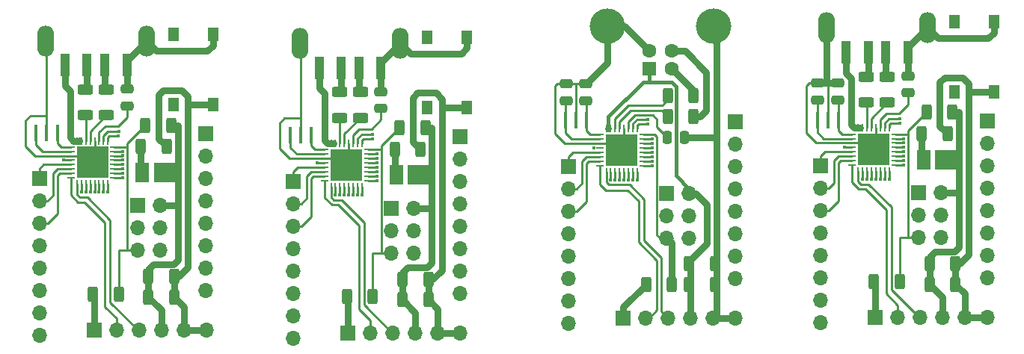
<source format=gbr>
%TF.GenerationSoftware,KiCad,Pcbnew,(6.0.5)*%
%TF.CreationDate,2023-04-25T20:10:58+03:00*%
%TF.ProjectId,AT90USB162,41543930-5553-4423-9136-322e6b696361,rev?*%
%TF.SameCoordinates,Original*%
%TF.FileFunction,Copper,L1,Top*%
%TF.FilePolarity,Positive*%
%FSLAX46Y46*%
G04 Gerber Fmt 4.6, Leading zero omitted, Abs format (unit mm)*
G04 Created by KiCad (PCBNEW (6.0.5)) date 2023-04-25 20:10:58*
%MOMM*%
%LPD*%
G01*
G04 APERTURE LIST*
G04 Aperture macros list*
%AMRoundRect*
0 Rectangle with rounded corners*
0 $1 Rounding radius*
0 $2 $3 $4 $5 $6 $7 $8 $9 X,Y pos of 4 corners*
0 Add a 4 corners polygon primitive as box body*
4,1,4,$2,$3,$4,$5,$6,$7,$8,$9,$2,$3,0*
0 Add four circle primitives for the rounded corners*
1,1,$1+$1,$2,$3*
1,1,$1+$1,$4,$5*
1,1,$1+$1,$6,$7*
1,1,$1+$1,$8,$9*
0 Add four rect primitives between the rounded corners*
20,1,$1+$1,$2,$3,$4,$5,0*
20,1,$1+$1,$4,$5,$6,$7,0*
20,1,$1+$1,$6,$7,$8,$9,0*
20,1,$1+$1,$8,$9,$2,$3,0*%
G04 Aperture macros list end*
%TA.AperFunction,ComponentPad*%
%ADD10R,1.700000X1.700000*%
%TD*%
%TA.AperFunction,ComponentPad*%
%ADD11O,1.700000X1.700000*%
%TD*%
%TA.AperFunction,SMDPad,CuDef*%
%ADD12RoundRect,0.250000X-0.625000X0.312500X-0.625000X-0.312500X0.625000X-0.312500X0.625000X0.312500X0*%
%TD*%
%TA.AperFunction,SMDPad,CuDef*%
%ADD13R,1.300000X1.550000*%
%TD*%
%TA.AperFunction,SMDPad,CuDef*%
%ADD14RoundRect,0.250000X-0.312500X-0.625000X0.312500X-0.625000X0.312500X0.625000X-0.312500X0.625000X0*%
%TD*%
%TA.AperFunction,SMDPad,CuDef*%
%ADD15RoundRect,0.062500X-0.337500X-0.062500X0.337500X-0.062500X0.337500X0.062500X-0.337500X0.062500X0*%
%TD*%
%TA.AperFunction,SMDPad,CuDef*%
%ADD16RoundRect,0.062500X-0.062500X-0.337500X0.062500X-0.337500X0.062500X0.337500X-0.062500X0.337500X0*%
%TD*%
%TA.AperFunction,SMDPad,CuDef*%
%ADD17R,3.600000X3.600000*%
%TD*%
%TA.AperFunction,SMDPad,CuDef*%
%ADD18RoundRect,0.250000X0.475000X-0.250000X0.475000X0.250000X-0.475000X0.250000X-0.475000X-0.250000X0*%
%TD*%
%TA.AperFunction,SMDPad,CuDef*%
%ADD19R,1.100000X2.500000*%
%TD*%
%TA.AperFunction,ComponentPad*%
%ADD20O,1.900000X3.500000*%
%TD*%
%TA.AperFunction,SMDPad,CuDef*%
%ADD21RoundRect,0.250000X0.312500X0.625000X-0.312500X0.625000X-0.312500X-0.625000X0.312500X-0.625000X0*%
%TD*%
%TA.AperFunction,SMDPad,CuDef*%
%ADD22RoundRect,0.250000X-0.475000X0.250000X-0.475000X-0.250000X0.475000X-0.250000X0.475000X0.250000X0*%
%TD*%
%TA.AperFunction,SMDPad,CuDef*%
%ADD23RoundRect,0.250000X0.250000X0.475000X-0.250000X0.475000X-0.250000X-0.475000X0.250000X-0.475000X0*%
%TD*%
%TA.AperFunction,SMDPad,CuDef*%
%ADD24R,0.400000X1.900000*%
%TD*%
%TA.AperFunction,SMDPad,CuDef*%
%ADD25R,2.500000X2.200000*%
%TD*%
%TA.AperFunction,SMDPad,CuDef*%
%ADD26R,1.550000X2.200000*%
%TD*%
%TA.AperFunction,ComponentPad*%
%ADD27R,1.600000X1.600000*%
%TD*%
%TA.AperFunction,ComponentPad*%
%ADD28C,1.600000*%
%TD*%
%TA.AperFunction,ComponentPad*%
%ADD29C,4.000000*%
%TD*%
%TA.AperFunction,ViaPad*%
%ADD30C,0.400000*%
%TD*%
%TA.AperFunction,ViaPad*%
%ADD31C,0.800000*%
%TD*%
%TA.AperFunction,ViaPad*%
%ADD32C,0.750000*%
%TD*%
%TA.AperFunction,Conductor*%
%ADD33C,0.250000*%
%TD*%
%TA.AperFunction,Conductor*%
%ADD34C,0.750000*%
%TD*%
%TA.AperFunction,Conductor*%
%ADD35C,0.450000*%
%TD*%
G04 APERTURE END LIST*
D10*
%TO.P,REF\u002A\u002A,1*%
%TO.N,N/C*%
X123794000Y-92897000D03*
D11*
%TO.P,REF\u002A\u002A,2*%
X123794000Y-95437000D03*
%TO.P,REF\u002A\u002A,3*%
X123794000Y-97977000D03*
%TO.P,REF\u002A\u002A,4*%
X123794000Y-100517000D03*
%TO.P,REF\u002A\u002A,5*%
X123794000Y-103057000D03*
%TO.P,REF\u002A\u002A,6*%
X123794000Y-105597000D03*
%TO.P,REF\u002A\u002A,7*%
X123794000Y-108137000D03*
%TO.P,REF\u002A\u002A,8*%
X123794000Y-110677000D03*
%TD*%
D12*
%TO.P,22R,1*%
%TO.N,N/C*%
X157500000Y-82718750D03*
%TO.P,22R,2*%
X157500000Y-85643750D03*
%TD*%
D13*
%TO.P,RESET,1*%
%TO.N,N/C*%
X167450000Y-76500000D03*
X167450000Y-84450000D03*
%TO.P,RESET,2*%
X171950000Y-76500000D03*
X171950000Y-84450000D03*
%TD*%
D14*
%TO.P,100nF,1*%
%TO.N,N/C*%
X132531500Y-106312000D03*
%TO.P,100nF,2*%
X135456500Y-106312000D03*
%TD*%
D10*
%TO.P,REF\u002A\u002A,1*%
%TO.N,N/C*%
X163400000Y-95875000D03*
D11*
%TO.P,REF\u002A\u002A,2*%
X165940000Y-95875000D03*
%TO.P,REF\u002A\u002A,3*%
X163400000Y-98415000D03*
%TO.P,REF\u002A\u002A,4*%
X165940000Y-98415000D03*
%TO.P,REF\u002A\u002A,5*%
X163400000Y-100955000D03*
%TO.P,REF\u002A\u002A,6*%
X165940000Y-100955000D03*
%TD*%
D15*
%TO.P,AT90USB162,1*%
%TO.N,N/C*%
X127344000Y-89312000D03*
%TO.P,AT90USB162,2*%
X127344000Y-89812000D03*
%TO.P,AT90USB162,3*%
X127344000Y-90312000D03*
%TO.P,AT90USB162,4*%
X127344000Y-90812000D03*
%TO.P,AT90USB162,5*%
X127344000Y-91312000D03*
%TO.P,AT90USB162,6*%
X127344000Y-91812000D03*
%TO.P,AT90USB162,7*%
X127344000Y-92312000D03*
%TO.P,AT90USB162,8*%
X127344000Y-92812000D03*
D16*
%TO.P,AT90USB162,9*%
X128044000Y-93512000D03*
%TO.P,AT90USB162,10*%
X128544000Y-93512000D03*
%TO.P,AT90USB162,11*%
X129044000Y-93512000D03*
%TO.P,AT90USB162,12*%
X129544000Y-93512000D03*
%TO.P,AT90USB162,13*%
X130044000Y-93512000D03*
%TO.P,AT90USB162,14*%
X130544000Y-93512000D03*
%TO.P,AT90USB162,15*%
X131044000Y-93512000D03*
%TO.P,AT90USB162,16*%
X131544000Y-93512000D03*
D15*
%TO.P,AT90USB162,17*%
X132244000Y-92812000D03*
%TO.P,AT90USB162,18*%
X132244000Y-92312000D03*
%TO.P,AT90USB162,19*%
X132244000Y-91812000D03*
%TO.P,AT90USB162,20*%
X132244000Y-91312000D03*
%TO.P,AT90USB162,21*%
X132244000Y-90812000D03*
%TO.P,AT90USB162,22*%
X132244000Y-90312000D03*
%TO.P,AT90USB162,23*%
X132244000Y-89812000D03*
%TO.P,AT90USB162,24*%
X132244000Y-89312000D03*
D16*
%TO.P,AT90USB162,25*%
X131544000Y-88612000D03*
%TO.P,AT90USB162,26*%
X131044000Y-88612000D03*
%TO.P,AT90USB162,27*%
X130544000Y-88612000D03*
%TO.P,AT90USB162,28*%
X130044000Y-88612000D03*
%TO.P,AT90USB162,29*%
X129544000Y-88612000D03*
%TO.P,AT90USB162,30*%
X129044000Y-88612000D03*
%TO.P,AT90USB162,31*%
X128544000Y-88612000D03*
%TO.P,AT90USB162,32*%
X128044000Y-88612000D03*
D17*
%TO.P,AT90USB162,33*%
X129794000Y-91062000D03*
%TD*%
D13*
%TO.P,RESET,1*%
%TO.N,N/C*%
X79030000Y-85900000D03*
X79030000Y-77950000D03*
%TO.P,RESET,2*%
X83530000Y-85900000D03*
X83530000Y-77950000D03*
%TD*%
D18*
%TO.P,22pF,1*%
%TO.N,N/C*%
X152000000Y-85375000D03*
%TO.P,22pF,2*%
X152000000Y-83475000D03*
%TD*%
D19*
%TO.P,USB_0,1*%
%TO.N,N/C*%
X155200000Y-79956250D03*
%TO.P,USB_0,2*%
X157700000Y-79956250D03*
%TO.P,USB_0,3*%
X159700000Y-79956250D03*
%TO.P,USB_0,4*%
X162200000Y-79956250D03*
D20*
%TO.P,USB_0,5*%
X153000000Y-77206250D03*
X164400000Y-77206250D03*
%TD*%
D21*
%TO.P,1K,1*%
%TO.N,N/C*%
X166687500Y-89225000D03*
%TO.P,1K,2*%
X163762500Y-89225000D03*
%TD*%
D22*
%TO.P,1uF,1*%
%TO.N,N/C*%
X102541500Y-84424500D03*
%TO.P,1uF,2*%
X102541500Y-86324500D03*
%TD*%
D10*
%TO.P,REF\u002A\u002A,1*%
%TO.N,N/C*%
X171150000Y-87750000D03*
D11*
%TO.P,REF\u002A\u002A,2*%
X171150000Y-90290000D03*
%TO.P,REF\u002A\u002A,3*%
X171150000Y-92830000D03*
%TO.P,REF\u002A\u002A,4*%
X171150000Y-95370000D03*
%TO.P,REF\u002A\u002A,5*%
X171150000Y-97910000D03*
%TO.P,REF\u002A\u002A,6*%
X171150000Y-100450000D03*
%TO.P,REF\u002A\u002A,7*%
X171150000Y-102990000D03*
%TO.P,REF\u002A\u002A,8*%
X171150000Y-105530000D03*
%TD*%
D18*
%TO.P,22pF,1*%
%TO.N,N/C*%
X125744000Y-85437000D03*
%TO.P,22pF,2*%
X125744000Y-83537000D03*
%TD*%
D10*
%TO.P,REF\u002A\u002A,1*%
%TO.N,N/C*%
X82730000Y-89200000D03*
D11*
%TO.P,REF\u002A\u002A,2*%
X82730000Y-91740000D03*
%TO.P,REF\u002A\u002A,3*%
X82730000Y-94280000D03*
%TO.P,REF\u002A\u002A,4*%
X82730000Y-96820000D03*
%TO.P,REF\u002A\u002A,5*%
X82730000Y-99360000D03*
%TO.P,REF\u002A\u002A,6*%
X82730000Y-101900000D03*
%TO.P,REF\u002A\u002A,7*%
X82730000Y-104440000D03*
%TO.P,REF\u002A\u002A,8*%
X82730000Y-106980000D03*
%TD*%
D10*
%TO.P,REF\u002A\u002A,1*%
%TO.N,N/C*%
X103741500Y-97624500D03*
D11*
%TO.P,REF\u002A\u002A,2*%
X106281500Y-97624500D03*
%TO.P,REF\u002A\u002A,3*%
X103741500Y-100164500D03*
%TO.P,REF\u002A\u002A,4*%
X106281500Y-100164500D03*
%TO.P,REF\u002A\u002A,5*%
X103741500Y-102704500D03*
%TO.P,REF\u002A\u002A,6*%
X106281500Y-102704500D03*
%TD*%
D10*
%TO.P,REF\u002A\u002A,1*%
%TO.N,N/C*%
X92641500Y-94584500D03*
D11*
%TO.P,REF\u002A\u002A,2*%
X92641500Y-97124500D03*
%TO.P,REF\u002A\u002A,3*%
X92641500Y-99664500D03*
%TO.P,REF\u002A\u002A,4*%
X92641500Y-102204500D03*
%TO.P,REF\u002A\u002A,5*%
X92641500Y-104744500D03*
%TO.P,REF\u002A\u002A,6*%
X92641500Y-107284500D03*
%TO.P,REF\u002A\u002A,7*%
X92641500Y-109824500D03*
%TO.P,REF\u002A\u002A,8*%
X92641500Y-112364500D03*
%TD*%
D23*
%TO.P,1uF,1*%
%TO.N,N/C*%
X136869000Y-89637000D03*
%TO.P,1uF,2*%
X134969000Y-89637000D03*
%TD*%
D24*
%TO.P,16MHz,1*%
%TO.N,N/C*%
X92266500Y-89399500D03*
%TO.P,16MHz,2*%
X93466500Y-89399500D03*
%TO.P,16MHz,3*%
X94666500Y-89399500D03*
%TD*%
D19*
%TO.P,USB_0,1*%
%TO.N,N/C*%
X66780000Y-81406250D03*
%TO.P,USB_0,2*%
X69280000Y-81406250D03*
%TO.P,USB_0,3*%
X71280000Y-81406250D03*
%TO.P,USB_0,4*%
X73780000Y-81406250D03*
D20*
%TO.P,USB_0,5*%
X64580000Y-78656250D03*
X75980000Y-78656250D03*
%TD*%
D24*
%TO.P,16MHz,1*%
%TO.N,N/C*%
X123419000Y-87712000D03*
%TO.P,16MHz,2*%
X124619000Y-87712000D03*
%TO.P,16MHz,3*%
X125819000Y-87712000D03*
%TD*%
D25*
%TO.P,REF\u002A\u002A,1*%
%TO.N,N/C*%
X166525000Y-92125000D03*
D26*
%TO.P,REF\u002A\u002A,2*%
X163950000Y-92125000D03*
%TD*%
D14*
%TO.P,100nF,1*%
%TO.N,N/C*%
X137406500Y-106262000D03*
%TO.P,100nF,2*%
X140331500Y-106262000D03*
%TD*%
D21*
%TO.P,10K,1*%
%TO.N,N/C*%
X78792500Y-88225000D03*
%TO.P,10K,2*%
X75867500Y-88225000D03*
%TD*%
D12*
%TO.P,22R,1*%
%TO.N,N/C*%
X100216500Y-84468250D03*
%TO.P,22R,2*%
X100216500Y-87393250D03*
%TD*%
D21*
%TO.P,10K,1*%
%TO.N,N/C*%
X167212500Y-86775000D03*
%TO.P,10K,2*%
X164287500Y-86775000D03*
%TD*%
D13*
%TO.P,RESET,1*%
%TO.N,N/C*%
X107791500Y-78249500D03*
X107791500Y-86199500D03*
%TO.P,RESET,2*%
X112291500Y-86199500D03*
X112291500Y-78249500D03*
%TD*%
D12*
%TO.P,22R,1*%
%TO.N,N/C*%
X69080000Y-84168750D03*
%TO.P,22R,2*%
X69080000Y-87093750D03*
%TD*%
D21*
%TO.P,22R,1*%
%TO.N,N/C*%
X137919000Y-87262000D03*
%TO.P,22R,2*%
X134994000Y-87262000D03*
%TD*%
D10*
%TO.P,REF\u002A\u002A,1*%
%TO.N,N/C*%
X98816500Y-111799500D03*
D11*
%TO.P,REF\u002A\u002A,2*%
X101356500Y-111799500D03*
%TO.P,REF\u002A\u002A,3*%
X103896500Y-111799500D03*
%TO.P,REF\u002A\u002A,4*%
X106436500Y-111799500D03*
%TO.P,REF\u002A\u002A,5*%
X108976500Y-111799500D03*
%TO.P,REF\u002A\u002A,6*%
X111516500Y-111799500D03*
%TD*%
D12*
%TO.P,22R,1*%
%TO.N,N/C*%
X97841500Y-84468250D03*
%TO.P,22R,2*%
X97841500Y-87393250D03*
%TD*%
D21*
%TO.P,1K,1*%
%TO.N,N/C*%
X78267500Y-90675000D03*
%TO.P,1K,2*%
X75342500Y-90675000D03*
%TD*%
D14*
%TO.P,10uF,1*%
%TO.N,N/C*%
X104979000Y-105699500D03*
%TO.P,10uF,2*%
X107904000Y-105699500D03*
%TD*%
%TO.P,100nF,1*%
%TO.N,N/C*%
X158337500Y-105925000D03*
%TO.P,100nF,2*%
X161262500Y-105925000D03*
%TD*%
D12*
%TO.P,22R,1*%
%TO.N,N/C*%
X159875000Y-82718750D03*
%TO.P,22R,2*%
X159875000Y-85643750D03*
%TD*%
D10*
%TO.P,REF\u002A\u002A,1*%
%TO.N,N/C*%
X134894000Y-95937000D03*
D11*
%TO.P,REF\u002A\u002A,2*%
X137434000Y-95937000D03*
%TO.P,REF\u002A\u002A,3*%
X134894000Y-98477000D03*
%TO.P,REF\u002A\u002A,4*%
X137434000Y-98477000D03*
%TO.P,REF\u002A\u002A,5*%
X134894000Y-101017000D03*
%TO.P,REF\u002A\u002A,6*%
X137434000Y-101017000D03*
%TD*%
D10*
%TO.P,REF\u002A\u002A,1*%
%TO.N,N/C*%
X74980000Y-97325000D03*
D11*
%TO.P,REF\u002A\u002A,2*%
X77520000Y-97325000D03*
%TO.P,REF\u002A\u002A,3*%
X74980000Y-99865000D03*
%TO.P,REF\u002A\u002A,4*%
X77520000Y-99865000D03*
%TO.P,REF\u002A\u002A,5*%
X74980000Y-102405000D03*
%TO.P,REF\u002A\u002A,6*%
X77520000Y-102405000D03*
%TD*%
D10*
%TO.P,REF\u002A\u002A,1*%
%TO.N,N/C*%
X63880000Y-94285000D03*
D11*
%TO.P,REF\u002A\u002A,2*%
X63880000Y-96825000D03*
%TO.P,REF\u002A\u002A,3*%
X63880000Y-99365000D03*
%TO.P,REF\u002A\u002A,4*%
X63880000Y-101905000D03*
%TO.P,REF\u002A\u002A,5*%
X63880000Y-104445000D03*
%TO.P,REF\u002A\u002A,6*%
X63880000Y-106985000D03*
%TO.P,REF\u002A\u002A,7*%
X63880000Y-109525000D03*
%TO.P,REF\u002A\u002A,8*%
X63880000Y-112065000D03*
%TD*%
D25*
%TO.P,REF\u002A\u002A,1*%
%TO.N,N/C*%
X78105000Y-93575000D03*
D26*
%TO.P,REF\u002A\u002A,2*%
X75530000Y-93575000D03*
%TD*%
D27*
%TO.P,USB,1*%
%TO.N,N/C*%
X132944000Y-81837000D03*
D28*
%TO.P,USB,2*%
X135444000Y-81837000D03*
%TO.P,USB,3*%
X135444000Y-79837000D03*
%TO.P,USB,4*%
X132944000Y-79837000D03*
D29*
%TO.P,USB,5*%
X128194000Y-76977000D03*
X140194000Y-76977000D03*
%TD*%
D15*
%TO.P,AT90USB162,1*%
%TO.N,N/C*%
X155850000Y-89250000D03*
%TO.P,AT90USB162,2*%
X155850000Y-89750000D03*
%TO.P,AT90USB162,3*%
X155850000Y-90250000D03*
%TO.P,AT90USB162,4*%
X155850000Y-90750000D03*
%TO.P,AT90USB162,5*%
X155850000Y-91250000D03*
%TO.P,AT90USB162,6*%
X155850000Y-91750000D03*
%TO.P,AT90USB162,7*%
X155850000Y-92250000D03*
%TO.P,AT90USB162,8*%
X155850000Y-92750000D03*
D16*
%TO.P,AT90USB162,9*%
X156550000Y-93450000D03*
%TO.P,AT90USB162,10*%
X157050000Y-93450000D03*
%TO.P,AT90USB162,11*%
X157550000Y-93450000D03*
%TO.P,AT90USB162,12*%
X158050000Y-93450000D03*
%TO.P,AT90USB162,13*%
X158550000Y-93450000D03*
%TO.P,AT90USB162,14*%
X159050000Y-93450000D03*
%TO.P,AT90USB162,15*%
X159550000Y-93450000D03*
%TO.P,AT90USB162,16*%
X160050000Y-93450000D03*
D15*
%TO.P,AT90USB162,17*%
X160750000Y-92750000D03*
%TO.P,AT90USB162,18*%
X160750000Y-92250000D03*
%TO.P,AT90USB162,19*%
X160750000Y-91750000D03*
%TO.P,AT90USB162,20*%
X160750000Y-91250000D03*
%TO.P,AT90USB162,21*%
X160750000Y-90750000D03*
%TO.P,AT90USB162,22*%
X160750000Y-90250000D03*
%TO.P,AT90USB162,23*%
X160750000Y-89750000D03*
%TO.P,AT90USB162,24*%
X160750000Y-89250000D03*
D16*
%TO.P,AT90USB162,25*%
X160050000Y-88550000D03*
%TO.P,AT90USB162,26*%
X159550000Y-88550000D03*
%TO.P,AT90USB162,27*%
X159050000Y-88550000D03*
%TO.P,AT90USB162,28*%
X158550000Y-88550000D03*
%TO.P,AT90USB162,29*%
X158050000Y-88550000D03*
%TO.P,AT90USB162,30*%
X157550000Y-88550000D03*
%TO.P,AT90USB162,31*%
X157050000Y-88550000D03*
%TO.P,AT90USB162,32*%
X156550000Y-88550000D03*
D17*
%TO.P,AT90USB162,33*%
X158300000Y-91000000D03*
%TD*%
D14*
%TO.P,100nF,1*%
%TO.N,N/C*%
X164637500Y-106275000D03*
%TO.P,100nF,2*%
X167562500Y-106275000D03*
%TD*%
D18*
%TO.P,22pF,1*%
%TO.N,N/C*%
X154250000Y-85375000D03*
%TO.P,22pF,2*%
X154250000Y-83475000D03*
%TD*%
D14*
%TO.P,100nF,1*%
%TO.N,N/C*%
X76217500Y-107725000D03*
%TO.P,100nF,2*%
X79142500Y-107725000D03*
%TD*%
%TO.P,10uF,1*%
%TO.N,N/C*%
X76217500Y-105400000D03*
%TO.P,10uF,2*%
X79142500Y-105400000D03*
%TD*%
D21*
%TO.P,22R,1*%
%TO.N,N/C*%
X137919000Y-84887000D03*
%TO.P,22R,2*%
X134994000Y-84887000D03*
%TD*%
D10*
%TO.P,REF\u002A\u002A,1*%
%TO.N,N/C*%
X158475000Y-110050000D03*
D11*
%TO.P,REF\u002A\u002A,2*%
X161015000Y-110050000D03*
%TO.P,REF\u002A\u002A,3*%
X163555000Y-110050000D03*
%TO.P,REF\u002A\u002A,4*%
X166095000Y-110050000D03*
%TO.P,REF\u002A\u002A,5*%
X168635000Y-110050000D03*
%TO.P,REF\u002A\u002A,6*%
X171175000Y-110050000D03*
%TD*%
D10*
%TO.P,REF\u002A\u002A,1*%
%TO.N,N/C*%
X111491500Y-89499500D03*
D11*
%TO.P,REF\u002A\u002A,2*%
X111491500Y-92039500D03*
%TO.P,REF\u002A\u002A,3*%
X111491500Y-94579500D03*
%TO.P,REF\u002A\u002A,4*%
X111491500Y-97119500D03*
%TO.P,REF\u002A\u002A,5*%
X111491500Y-99659500D03*
%TO.P,REF\u002A\u002A,6*%
X111491500Y-102199500D03*
%TO.P,REF\u002A\u002A,7*%
X111491500Y-104739500D03*
%TO.P,REF\u002A\u002A,8*%
X111491500Y-107279500D03*
%TD*%
D18*
%TO.P,22pF,1*%
%TO.N,N/C*%
X123494000Y-85437000D03*
%TO.P,22pF,2*%
X123494000Y-83537000D03*
%TD*%
D14*
%TO.P,100nF,1*%
%TO.N,N/C*%
X69917500Y-107375000D03*
%TO.P,100nF,2*%
X72842500Y-107375000D03*
%TD*%
%TO.P,10uF,1*%
%TO.N,N/C*%
X164637500Y-103950000D03*
%TO.P,10uF,2*%
X167562500Y-103950000D03*
%TD*%
D10*
%TO.P,REF\u002A\u002A,1*%
%TO.N,N/C*%
X152300000Y-92835000D03*
D11*
%TO.P,REF\u002A\u002A,2*%
X152300000Y-95375000D03*
%TO.P,REF\u002A\u002A,3*%
X152300000Y-97915000D03*
%TO.P,REF\u002A\u002A,4*%
X152300000Y-100455000D03*
%TO.P,REF\u002A\u002A,5*%
X152300000Y-102995000D03*
%TO.P,REF\u002A\u002A,6*%
X152300000Y-105535000D03*
%TO.P,REF\u002A\u002A,7*%
X152300000Y-108075000D03*
%TO.P,REF\u002A\u002A,8*%
X152300000Y-110615000D03*
%TD*%
D14*
%TO.P,100nF,1*%
%TO.N,N/C*%
X98679000Y-107674500D03*
%TO.P,100nF,2*%
X101604000Y-107674500D03*
%TD*%
D21*
%TO.P,10K,1*%
%TO.N,N/C*%
X107554000Y-88524500D03*
%TO.P,10K,2*%
X104629000Y-88524500D03*
%TD*%
D24*
%TO.P,16MHz,1*%
%TO.N,N/C*%
X151925000Y-87650000D03*
%TO.P,16MHz,2*%
X153125000Y-87650000D03*
%TO.P,16MHz,3*%
X154325000Y-87650000D03*
%TD*%
D21*
%TO.P,1K,1*%
%TO.N,N/C*%
X107029000Y-90974500D03*
%TO.P,1K,2*%
X104104000Y-90974500D03*
%TD*%
D14*
%TO.P,100nF,1*%
%TO.N,N/C*%
X104979000Y-108024500D03*
%TO.P,100nF,2*%
X107904000Y-108024500D03*
%TD*%
D24*
%TO.P,16MHz,1*%
%TO.N,N/C*%
X63505000Y-89100000D03*
%TO.P,16MHz,2*%
X64705000Y-89100000D03*
%TO.P,16MHz,3*%
X65905000Y-89100000D03*
%TD*%
D12*
%TO.P,22R,1*%
%TO.N,N/C*%
X71455000Y-84168750D03*
%TO.P,22R,2*%
X71455000Y-87093750D03*
%TD*%
D19*
%TO.P,USB_0,1*%
%TO.N,N/C*%
X95541500Y-81705750D03*
%TO.P,USB_0,2*%
X98041500Y-81705750D03*
%TO.P,USB_0,3*%
X100041500Y-81705750D03*
%TO.P,USB_0,4*%
X102541500Y-81705750D03*
D20*
%TO.P,USB_0,5*%
X104741500Y-78955750D03*
X93341500Y-78955750D03*
%TD*%
D14*
%TO.P,10uF,1*%
%TO.N,N/C*%
X137406500Y-103937000D03*
%TO.P,10uF,2*%
X140331500Y-103937000D03*
%TD*%
D22*
%TO.P,1uF,1*%
%TO.N,N/C*%
X162200000Y-82675000D03*
%TO.P,1uF,2*%
X162200000Y-84575000D03*
%TD*%
D25*
%TO.P,REF\u002A\u002A,1*%
%TO.N,N/C*%
X106866500Y-93874500D03*
D26*
%TO.P,REF\u002A\u002A,2*%
X104291500Y-93874500D03*
%TD*%
D15*
%TO.P,AT90USB162,1*%
%TO.N,N/C*%
X96191500Y-90999500D03*
%TO.P,AT90USB162,2*%
X96191500Y-91499500D03*
%TO.P,AT90USB162,3*%
X96191500Y-91999500D03*
%TO.P,AT90USB162,4*%
X96191500Y-92499500D03*
%TO.P,AT90USB162,5*%
X96191500Y-92999500D03*
%TO.P,AT90USB162,6*%
X96191500Y-93499500D03*
%TO.P,AT90USB162,7*%
X96191500Y-93999500D03*
%TO.P,AT90USB162,8*%
X96191500Y-94499500D03*
D16*
%TO.P,AT90USB162,9*%
X96891500Y-95199500D03*
%TO.P,AT90USB162,10*%
X97391500Y-95199500D03*
%TO.P,AT90USB162,11*%
X97891500Y-95199500D03*
%TO.P,AT90USB162,12*%
X98391500Y-95199500D03*
%TO.P,AT90USB162,13*%
X98891500Y-95199500D03*
%TO.P,AT90USB162,14*%
X99391500Y-95199500D03*
%TO.P,AT90USB162,15*%
X99891500Y-95199500D03*
%TO.P,AT90USB162,16*%
X100391500Y-95199500D03*
D15*
%TO.P,AT90USB162,17*%
X101091500Y-94499500D03*
%TO.P,AT90USB162,18*%
X101091500Y-93999500D03*
%TO.P,AT90USB162,19*%
X101091500Y-93499500D03*
%TO.P,AT90USB162,20*%
X101091500Y-92999500D03*
%TO.P,AT90USB162,21*%
X101091500Y-92499500D03*
%TO.P,AT90USB162,22*%
X101091500Y-91999500D03*
%TO.P,AT90USB162,23*%
X101091500Y-91499500D03*
%TO.P,AT90USB162,24*%
X101091500Y-90999500D03*
D16*
%TO.P,AT90USB162,25*%
X100391500Y-90299500D03*
%TO.P,AT90USB162,26*%
X99891500Y-90299500D03*
%TO.P,AT90USB162,27*%
X99391500Y-90299500D03*
%TO.P,AT90USB162,28*%
X98891500Y-90299500D03*
%TO.P,AT90USB162,29*%
X98391500Y-90299500D03*
%TO.P,AT90USB162,30*%
X97891500Y-90299500D03*
%TO.P,AT90USB162,31*%
X97391500Y-90299500D03*
%TO.P,AT90USB162,32*%
X96891500Y-90299500D03*
D17*
%TO.P,AT90USB162,33*%
X98641500Y-92749500D03*
%TD*%
D22*
%TO.P,1uF,1*%
%TO.N,N/C*%
X73780000Y-84125000D03*
%TO.P,1uF,2*%
X73780000Y-86025000D03*
%TD*%
D15*
%TO.P,AT90USB162,1*%
%TO.N,N/C*%
X67430000Y-90700000D03*
%TO.P,AT90USB162,2*%
X67430000Y-91200000D03*
%TO.P,AT90USB162,3*%
X67430000Y-91700000D03*
%TO.P,AT90USB162,4*%
X67430000Y-92200000D03*
%TO.P,AT90USB162,5*%
X67430000Y-92700000D03*
%TO.P,AT90USB162,6*%
X67430000Y-93200000D03*
%TO.P,AT90USB162,7*%
X67430000Y-93700000D03*
%TO.P,AT90USB162,8*%
X67430000Y-94200000D03*
D16*
%TO.P,AT90USB162,9*%
X68130000Y-94900000D03*
%TO.P,AT90USB162,10*%
X68630000Y-94900000D03*
%TO.P,AT90USB162,11*%
X69130000Y-94900000D03*
%TO.P,AT90USB162,12*%
X69630000Y-94900000D03*
%TO.P,AT90USB162,13*%
X70130000Y-94900000D03*
%TO.P,AT90USB162,14*%
X70630000Y-94900000D03*
%TO.P,AT90USB162,15*%
X71130000Y-94900000D03*
%TO.P,AT90USB162,16*%
X71630000Y-94900000D03*
D15*
%TO.P,AT90USB162,17*%
X72330000Y-94200000D03*
%TO.P,AT90USB162,18*%
X72330000Y-93700000D03*
%TO.P,AT90USB162,19*%
X72330000Y-93200000D03*
%TO.P,AT90USB162,20*%
X72330000Y-92700000D03*
%TO.P,AT90USB162,21*%
X72330000Y-92200000D03*
%TO.P,AT90USB162,22*%
X72330000Y-91700000D03*
%TO.P,AT90USB162,23*%
X72330000Y-91200000D03*
%TO.P,AT90USB162,24*%
X72330000Y-90700000D03*
D16*
%TO.P,AT90USB162,25*%
X71630000Y-90000000D03*
%TO.P,AT90USB162,26*%
X71130000Y-90000000D03*
%TO.P,AT90USB162,27*%
X70630000Y-90000000D03*
%TO.P,AT90USB162,28*%
X70130000Y-90000000D03*
%TO.P,AT90USB162,29*%
X69630000Y-90000000D03*
%TO.P,AT90USB162,30*%
X69130000Y-90000000D03*
%TO.P,AT90USB162,31*%
X68630000Y-90000000D03*
%TO.P,AT90USB162,32*%
X68130000Y-90000000D03*
D17*
%TO.P,AT90USB162,33*%
X69880000Y-92450000D03*
%TD*%
D10*
%TO.P,REF\u002A\u002A,1*%
%TO.N,N/C*%
X70055000Y-111500000D03*
D11*
%TO.P,REF\u002A\u002A,2*%
X72595000Y-111500000D03*
%TO.P,REF\u002A\u002A,3*%
X75135000Y-111500000D03*
%TO.P,REF\u002A\u002A,4*%
X77675000Y-111500000D03*
%TO.P,REF\u002A\u002A,5*%
X80215000Y-111500000D03*
%TO.P,REF\u002A\u002A,6*%
X82755000Y-111500000D03*
%TD*%
D10*
%TO.P,REF\u002A\u002A,1*%
%TO.N,N/C*%
X129969000Y-110112000D03*
D11*
%TO.P,REF\u002A\u002A,2*%
X132509000Y-110112000D03*
%TO.P,REF\u002A\u002A,3*%
X135049000Y-110112000D03*
%TO.P,REF\u002A\u002A,4*%
X137589000Y-110112000D03*
%TO.P,REF\u002A\u002A,5*%
X140129000Y-110112000D03*
%TO.P,REF\u002A\u002A,6*%
X142669000Y-110112000D03*
%TD*%
D10*
%TO.P,REF\u002A\u002A,1*%
%TO.N,N/C*%
X142644000Y-87812000D03*
D11*
%TO.P,REF\u002A\u002A,2*%
X142644000Y-90352000D03*
%TO.P,REF\u002A\u002A,3*%
X142644000Y-92892000D03*
%TO.P,REF\u002A\u002A,4*%
X142644000Y-95432000D03*
%TO.P,REF\u002A\u002A,5*%
X142644000Y-97972000D03*
%TO.P,REF\u002A\u002A,6*%
X142644000Y-100512000D03*
%TO.P,REF\u002A\u002A,7*%
X142644000Y-103052000D03*
%TO.P,REF\u002A\u002A,8*%
X142644000Y-105592000D03*
%TD*%
D30*
%TO.N,*%
X160050000Y-94350000D03*
D31*
X107577750Y-88500750D03*
D30*
X161275000Y-87500000D03*
X102068612Y-92499500D03*
X70130000Y-95800000D03*
X158050000Y-94350000D03*
X161727112Y-92750000D03*
X159050000Y-94350000D03*
X95341500Y-92499500D03*
X161725000Y-89749317D03*
X133221112Y-90287000D03*
X101591500Y-89749500D03*
X66580000Y-92200000D03*
X158550000Y-94350000D03*
X133221112Y-90812000D03*
D31*
X79030000Y-85865000D03*
X164286250Y-86776250D03*
D30*
X161727112Y-90750000D03*
X71130000Y-95800000D03*
X70630000Y-95800000D03*
D31*
X104627750Y-88525750D03*
D30*
X130044000Y-94412000D03*
X133221112Y-91812000D03*
D31*
X107791500Y-86164500D03*
D30*
X157050000Y-94350000D03*
X132744000Y-88062000D03*
X72855000Y-88950000D03*
X157550000Y-94350000D03*
D31*
X75866250Y-88226250D03*
D30*
X102068612Y-93499500D03*
X98891500Y-96099500D03*
X101616500Y-89249500D03*
D31*
X78816250Y-88201250D03*
X167450000Y-84415000D03*
D30*
X133221112Y-91312000D03*
X102068612Y-92999500D03*
X73307112Y-94200000D03*
X159550000Y-94350000D03*
X131044000Y-94412000D03*
X132769000Y-87562000D03*
X71630000Y-95800000D03*
X73307112Y-91675000D03*
X97891500Y-96099500D03*
X102068612Y-94499500D03*
X73307112Y-93200000D03*
X99391500Y-96099500D03*
D31*
X167236250Y-86751250D03*
D32*
X68380000Y-90000000D03*
D30*
X73305000Y-91199317D03*
X133219000Y-89811317D03*
D32*
X156800000Y-88550000D03*
D30*
X161727112Y-90225000D03*
X129044000Y-94412000D03*
X98391500Y-96099500D03*
X69630000Y-95800000D03*
X155000000Y-90750000D03*
X161727112Y-91750000D03*
X131544000Y-94412000D03*
X102066500Y-91498817D03*
X133221112Y-92812000D03*
X133221112Y-92312000D03*
X102068612Y-93999500D03*
X129544000Y-94412000D03*
X100391500Y-96099500D03*
X69130000Y-95800000D03*
D32*
X97141500Y-90299500D03*
D30*
X73307112Y-93700000D03*
X130544000Y-94412000D03*
X161727112Y-91250000D03*
X97391500Y-96099500D03*
X73307112Y-92200000D03*
X128294000Y-88612000D03*
X161727112Y-92250000D03*
X161250000Y-88000000D03*
X99891500Y-96099500D03*
X102068612Y-91974500D03*
X68630000Y-95800000D03*
X72830000Y-89450000D03*
X126669000Y-90812000D03*
X73307112Y-92700000D03*
X128544000Y-94412000D03*
%TD*%
D33*
%TO.N,*%
X96891500Y-96399500D02*
X96891500Y-95199500D01*
X151000000Y-83475000D02*
X152000000Y-83475000D01*
X72330000Y-93200000D02*
X73307112Y-93200000D01*
X130544000Y-86012000D02*
X134369000Y-86012000D01*
X70130000Y-90000000D02*
X70130000Y-92200000D01*
X69130000Y-91700000D02*
X69880000Y-92450000D01*
D34*
X156150000Y-88550000D02*
X155800000Y-88200000D01*
X76217500Y-104612500D02*
X76217500Y-105400000D01*
X129969000Y-108874500D02*
X129969000Y-110112000D01*
D33*
X162200000Y-89250000D02*
X162225000Y-89275000D01*
X101516500Y-88649500D02*
X100091500Y-88649500D01*
D34*
X140569000Y-89637000D02*
X136869000Y-89637000D01*
D33*
X159750000Y-86900000D02*
X159050000Y-87600000D01*
X74980000Y-102405000D02*
X72842500Y-102405000D01*
D34*
X100041500Y-84293250D02*
X100216500Y-84468250D01*
D33*
X63505000Y-90475000D02*
X64230000Y-91200000D01*
D34*
X164637500Y-106275000D02*
X166095000Y-107732500D01*
D33*
X161702112Y-90250000D02*
X161727112Y-90225000D01*
X101091500Y-91499500D02*
X102065817Y-91499500D01*
X162225000Y-88837500D02*
X164286250Y-86776250D01*
D34*
X77905000Y-84275000D02*
X77380000Y-84800000D01*
D33*
X104627750Y-88525750D02*
X104629000Y-88524500D01*
X151925000Y-89025000D02*
X152650000Y-89750000D01*
X64815000Y-99365000D02*
X63880000Y-99365000D01*
X132344000Y-96637000D02*
X132344000Y-101312000D01*
X72330000Y-91200000D02*
X73304317Y-91200000D01*
X125819000Y-85512000D02*
X125744000Y-85437000D01*
X131044000Y-93512000D02*
X131044000Y-94412000D01*
X162200000Y-85875000D02*
X161175000Y-86900000D01*
X62855000Y-87150000D02*
X64630000Y-87150000D01*
D34*
X76805000Y-104025000D02*
X76217500Y-104612500D01*
D33*
X132244000Y-90812000D02*
X133221112Y-90812000D01*
D34*
X108391500Y-105699500D02*
X109441500Y-104649500D01*
X108291500Y-88524500D02*
X108291500Y-103824500D01*
D33*
X160025000Y-87500000D02*
X159550000Y-87975000D01*
X93576500Y-99664500D02*
X92641500Y-99664500D01*
X125819000Y-87712000D02*
X125819000Y-85512000D01*
X64705000Y-87375000D02*
X64705000Y-78781250D01*
D34*
X125769000Y-83537000D02*
X125744000Y-83537000D01*
D33*
X157550000Y-90250000D02*
X158300000Y-91000000D01*
X97891500Y-91999500D02*
X98641500Y-92749500D01*
X127344000Y-92812000D02*
X127344000Y-94937000D01*
D34*
X76217500Y-106262500D02*
X76217500Y-107725000D01*
X108291500Y-97624500D02*
X106281500Y-97624500D01*
D35*
X132194000Y-83387000D02*
X132444000Y-83387000D01*
D33*
X73805000Y-102405000D02*
X74980000Y-102405000D01*
X160300000Y-97525000D02*
X157750000Y-94975000D01*
X128044000Y-93512000D02*
X128044000Y-94712000D01*
X100566500Y-89749500D02*
X101591500Y-89749500D01*
X62305000Y-90600000D02*
X62305000Y-87700000D01*
D34*
X167212500Y-86775000D02*
X167950000Y-86775000D01*
D33*
X100091500Y-88649500D02*
X99391500Y-89349500D01*
X159550000Y-87975000D02*
X159550000Y-88550000D01*
X160750000Y-92750000D02*
X161727112Y-92750000D01*
X65905000Y-89100000D02*
X65905000Y-90275000D01*
X71880000Y-98975000D02*
X69330000Y-96425000D01*
D34*
X128194000Y-81112000D02*
X128194000Y-76977000D01*
D33*
X94666500Y-98574500D02*
X93576500Y-99664500D01*
X99391500Y-95199500D02*
X99391500Y-96099500D01*
X73805000Y-90287500D02*
X75866250Y-88226250D01*
X97891500Y-95199500D02*
X97891500Y-96099500D01*
X158050000Y-88550000D02*
X158050000Y-87468750D01*
X96191500Y-93499500D02*
X94666500Y-93499500D01*
X153200000Y-95375000D02*
X152300000Y-95375000D01*
D34*
X104104000Y-93687000D02*
X104291500Y-93874500D01*
X112291500Y-86199500D02*
X109441500Y-86199500D01*
D33*
X156550000Y-88550000D02*
X156800000Y-88550000D01*
D34*
X78816250Y-88201250D02*
X78792500Y-88225000D01*
D33*
X72330000Y-90700000D02*
X73780000Y-90700000D01*
X73282112Y-91700000D02*
X73307112Y-91675000D01*
D34*
X96141500Y-89949500D02*
X96141500Y-84649500D01*
X109441500Y-86199500D02*
X109441500Y-104649500D01*
X158475000Y-106062500D02*
X158337500Y-105925000D01*
X77380000Y-84800000D02*
X77380000Y-89787500D01*
D33*
X67430000Y-93200000D02*
X65905000Y-93200000D01*
D34*
X137919000Y-87262000D02*
X138669000Y-87262000D01*
D33*
X157750000Y-94975000D02*
X156875000Y-94975000D01*
X69630000Y-90000000D02*
X69630000Y-88918750D01*
D34*
X137919000Y-84312000D02*
X135444000Y-81837000D01*
X165568750Y-78375000D02*
X171300000Y-78375000D01*
X98041500Y-84268250D02*
X97841500Y-84468250D01*
X106436500Y-109482000D02*
X106436500Y-111799500D01*
D33*
X67430000Y-93700000D02*
X66155000Y-93700000D01*
D34*
X82755000Y-111500000D02*
X80215000Y-111500000D01*
X98816500Y-107812000D02*
X98679000Y-107674500D01*
D33*
X67430000Y-91700000D02*
X63405000Y-91700000D01*
D34*
X79142500Y-107725000D02*
X79142500Y-105400000D01*
X104979000Y-104912000D02*
X104979000Y-105699500D01*
D33*
X127994000Y-95587000D02*
X130469000Y-95587000D01*
D34*
X79030000Y-104025000D02*
X76805000Y-104025000D01*
X171950000Y-77725000D02*
X171950000Y-76500000D01*
D33*
X132344000Y-101312000D02*
X134294000Y-103262000D01*
X151925000Y-85450000D02*
X152000000Y-85375000D01*
X96191500Y-91999500D02*
X97891500Y-91999500D01*
X125319000Y-92312000D02*
X125319000Y-94812000D01*
X75866250Y-88226250D02*
X75867500Y-88225000D01*
X130044000Y-93512000D02*
X130044000Y-94412000D01*
X123794000Y-91787000D02*
X123794000Y-92897000D01*
X163400000Y-100955000D02*
X161262500Y-100955000D01*
X129544000Y-93512000D02*
X129544000Y-94412000D01*
X99891500Y-89724500D02*
X99891500Y-90299500D01*
D35*
X135919000Y-93937000D02*
X137434000Y-95452000D01*
D34*
X79630000Y-105400000D02*
X80680000Y-104350000D01*
D33*
X96191500Y-96449500D02*
X96991500Y-97249500D01*
X127344000Y-90312000D02*
X129044000Y-90312000D01*
D34*
X73780000Y-84125000D02*
X73780000Y-81406250D01*
D33*
X155850000Y-90250000D02*
X157550000Y-90250000D01*
X161724317Y-89750000D02*
X161725000Y-89749317D01*
X93466500Y-79080750D02*
X93341500Y-78955750D01*
X93391500Y-87449500D02*
X93466500Y-87524500D01*
D34*
X104104000Y-90974500D02*
X104104000Y-93687000D01*
D33*
X126244000Y-89312000D02*
X127344000Y-89312000D01*
X72755000Y-88350000D02*
X71330000Y-88350000D01*
X154750000Y-89250000D02*
X155850000Y-89250000D01*
X98391500Y-90299500D02*
X98391500Y-89218250D01*
D34*
X159700000Y-82543750D02*
X159875000Y-82718750D01*
X111516500Y-111799500D02*
X108976500Y-111799500D01*
D33*
X162225000Y-100955000D02*
X163400000Y-100955000D01*
X100391500Y-90299500D02*
X100391500Y-89924500D01*
X156800000Y-88550000D02*
X157050000Y-88550000D01*
D34*
X167950000Y-102075000D02*
X167450000Y-102575000D01*
X73780000Y-81406250D02*
X73780000Y-80856250D01*
D33*
X125819000Y-96887000D02*
X124729000Y-97977000D01*
X71305000Y-99300000D02*
X71305000Y-108800000D01*
X134294000Y-103262000D02*
X134294000Y-109357000D01*
X63505000Y-89100000D02*
X63505000Y-90475000D01*
X159725000Y-97850000D02*
X159725000Y-107350000D01*
X99891500Y-95199500D02*
X99891500Y-96099500D01*
D34*
X155800000Y-88200000D02*
X155800000Y-82900000D01*
D33*
X152775000Y-91250000D02*
X152300000Y-91725000D01*
X66330000Y-90700000D02*
X67430000Y-90700000D01*
X156550000Y-94650000D02*
X156550000Y-93450000D01*
X73780000Y-87325000D02*
X72755000Y-88350000D01*
X160050000Y-93450000D02*
X160050000Y-94350000D01*
X158050000Y-87468750D02*
X159875000Y-85643750D01*
X72330000Y-93700000D02*
X73307112Y-93700000D01*
X94666500Y-89399500D02*
X94666500Y-90574500D01*
D34*
X167236250Y-86751250D02*
X167212500Y-86775000D01*
D33*
X152300000Y-91725000D02*
X152300000Y-92835000D01*
D34*
X139369000Y-82237000D02*
X136969000Y-79837000D01*
X67380000Y-84350000D02*
X66780000Y-83750000D01*
X167450000Y-102575000D02*
X165225000Y-102575000D01*
D33*
X68380000Y-90000000D02*
X68630000Y-90000000D01*
D34*
X108291500Y-103824500D02*
X107791500Y-104324500D01*
D33*
X73780000Y-86025000D02*
X73780000Y-87325000D01*
D34*
X67730000Y-90000000D02*
X67380000Y-89650000D01*
X80680000Y-84975000D02*
X79980000Y-84275000D01*
D33*
X64780000Y-96825000D02*
X63880000Y-96825000D01*
D34*
X169100000Y-83525000D02*
X168400000Y-82825000D01*
X107577750Y-88500750D02*
X107554000Y-88524500D01*
D33*
X159550000Y-93450000D02*
X159550000Y-94350000D01*
X124694000Y-95437000D02*
X123794000Y-95437000D01*
D34*
X168050000Y-103950000D02*
X169100000Y-102900000D01*
D33*
X64705000Y-89100000D02*
X64705000Y-87375000D01*
D34*
X155200000Y-82300000D02*
X155200000Y-79956250D01*
D33*
X68630000Y-95800000D02*
X68630000Y-94900000D01*
X65405000Y-96200000D02*
X64780000Y-96825000D01*
X125819000Y-92562000D02*
X125819000Y-96887000D01*
X133469000Y-89312000D02*
X133719000Y-89562000D01*
D34*
X137919000Y-84887000D02*
X137919000Y-84312000D01*
X168400000Y-82825000D02*
X166325000Y-82825000D01*
D33*
X160750000Y-92250000D02*
X161727112Y-92250000D01*
D34*
X157700000Y-79956250D02*
X157700000Y-82518750D01*
D33*
X162200000Y-84575000D02*
X162200000Y-85875000D01*
X63880000Y-93175000D02*
X63880000Y-94285000D01*
X103896500Y-111799500D02*
X103816500Y-111799500D01*
D34*
X156800000Y-88550000D02*
X156150000Y-88550000D01*
D33*
X101091500Y-92999500D02*
X102068612Y-92999500D01*
D34*
X136969000Y-79837000D02*
X135444000Y-79837000D01*
X106141500Y-85099500D02*
X106141500Y-90087000D01*
D33*
X69130000Y-90000000D02*
X69130000Y-87143750D01*
X161262500Y-100955000D02*
X161262500Y-105925000D01*
X133744000Y-87562000D02*
X133744000Y-88412000D01*
X133744000Y-88412000D02*
X134969000Y-89637000D01*
X132244000Y-91812000D02*
X133221112Y-91812000D01*
X160050000Y-88550000D02*
X160050000Y-88175000D01*
X97141500Y-90299500D02*
X97391500Y-90299500D01*
D34*
X79142500Y-107725000D02*
X80215000Y-108797500D01*
D33*
X154325000Y-87650000D02*
X154325000Y-85450000D01*
D34*
X165225000Y-102575000D02*
X164637500Y-103162500D01*
D33*
X122219000Y-89212000D02*
X122219000Y-83812000D01*
D34*
X128194000Y-76977000D02*
X130084000Y-76977000D01*
X96141500Y-84649500D02*
X95541500Y-84049500D01*
X66780000Y-83750000D02*
X66780000Y-81406250D01*
D33*
X131719000Y-88062000D02*
X132744000Y-88062000D01*
X97716500Y-97249500D02*
X100066500Y-99599500D01*
X155850000Y-90750000D02*
X155000000Y-90750000D01*
X100066500Y-99599500D02*
X100066500Y-109099500D01*
D34*
X69280000Y-81406250D02*
X69280000Y-83968750D01*
X135456500Y-101579500D02*
X134894000Y-101017000D01*
X98816500Y-111799500D02*
X98816500Y-107812000D01*
X139419000Y-101637000D02*
X137589000Y-103467000D01*
X167562500Y-106275000D02*
X168635000Y-107347500D01*
X102541500Y-84424500D02*
X102541500Y-81705750D01*
D33*
X122219000Y-83812000D02*
X122494000Y-83537000D01*
X158550000Y-93450000D02*
X158550000Y-94350000D01*
X126069000Y-92312000D02*
X125819000Y-92562000D01*
X153825000Y-92250000D02*
X153825000Y-94750000D01*
X72330000Y-92200000D02*
X73307112Y-92200000D01*
D35*
X135419000Y-83387000D02*
X135919000Y-83887000D01*
D33*
X154325000Y-92500000D02*
X154325000Y-96825000D01*
X132869000Y-110112000D02*
X132509000Y-110112000D01*
X127344000Y-94937000D02*
X127994000Y-95587000D01*
X155850000Y-92750000D02*
X155850000Y-94700000D01*
X65405000Y-93700000D02*
X65405000Y-96200000D01*
X102541500Y-86324500D02*
X102541500Y-87624500D01*
X151825000Y-90250000D02*
X150725000Y-89150000D01*
X68130000Y-96100000D02*
X68130000Y-94900000D01*
X92166500Y-91999500D02*
X91066500Y-90899500D01*
X131719000Y-101512000D02*
X133794000Y-103587000D01*
X131544000Y-88237000D02*
X131719000Y-88062000D01*
X70630000Y-89050000D02*
X70630000Y-90000000D01*
X72330000Y-92700000D02*
X73307112Y-92700000D01*
X75135000Y-111500000D02*
X75055000Y-111500000D01*
D34*
X162200000Y-82675000D02*
X162200000Y-79956250D01*
D35*
X128294000Y-87287000D02*
X132194000Y-83387000D01*
D33*
X100391500Y-95199500D02*
X100391500Y-96099500D01*
X129044000Y-87512000D02*
X130544000Y-86012000D01*
X151925000Y-87650000D02*
X151925000Y-89025000D01*
X91066500Y-90899500D02*
X91066500Y-87999500D01*
D34*
X73780000Y-80856250D02*
X75980000Y-78656250D01*
X128294000Y-88612000D02*
X128294000Y-88587000D01*
X137434000Y-95937000D02*
X138144000Y-95937000D01*
D33*
X102566500Y-91024500D02*
X102566500Y-90587000D01*
X64230000Y-91200000D02*
X67430000Y-91200000D01*
X161175000Y-86900000D02*
X159750000Y-86900000D01*
X160750000Y-89250000D02*
X162200000Y-89250000D01*
X101091500Y-92499500D02*
X102068612Y-92499500D01*
D34*
X79142500Y-105400000D02*
X79630000Y-105400000D01*
D33*
X100641500Y-108624500D02*
X100641500Y-99274500D01*
D34*
X132531500Y-106312000D02*
X129969000Y-108874500D01*
D33*
X93466500Y-87674500D02*
X93466500Y-87524500D01*
X151925000Y-87650000D02*
X151925000Y-85450000D01*
X154325000Y-96825000D02*
X153235000Y-97915000D01*
X163555000Y-110050000D02*
X163475000Y-110050000D01*
X94666500Y-94249500D02*
X94666500Y-98574500D01*
X130769000Y-86612000D02*
X134344000Y-86612000D01*
X155850000Y-90250000D02*
X151825000Y-90250000D01*
X132244000Y-92812000D02*
X133221112Y-92812000D01*
X68955000Y-96950000D02*
X71305000Y-99300000D01*
D34*
X79030000Y-87987500D02*
X78816250Y-88201250D01*
D33*
X123419000Y-87712000D02*
X123419000Y-89087000D01*
D34*
X166325000Y-82825000D02*
X165800000Y-83350000D01*
D33*
X72330000Y-94200000D02*
X73307112Y-94200000D01*
X64630000Y-87150000D02*
X64705000Y-87225000D01*
X129544000Y-88612000D02*
X129544000Y-87837000D01*
D34*
X137589000Y-103467000D02*
X137589000Y-110112000D01*
D33*
X73780000Y-90700000D02*
X73805000Y-90725000D01*
X103741500Y-102704500D02*
X101604000Y-102704500D01*
D34*
X163762500Y-89225000D02*
X163762500Y-91937500D01*
D33*
X154325000Y-88825000D02*
X154750000Y-89250000D01*
D34*
X76217500Y-107725000D02*
X77675000Y-109182500D01*
X162200000Y-79956250D02*
X162200000Y-79406250D01*
X142669000Y-110112000D02*
X140129000Y-110112000D01*
D33*
X154325000Y-91750000D02*
X153825000Y-92250000D01*
X157550000Y-88550000D02*
X157550000Y-85693750D01*
X71805000Y-89450000D02*
X72830000Y-89450000D01*
X152975000Y-83475000D02*
X153200000Y-83475000D01*
D34*
X158475000Y-110050000D02*
X158475000Y-106062500D01*
X107904000Y-108024500D02*
X107904000Y-105699500D01*
D33*
X97891500Y-90299500D02*
X97891500Y-87443250D01*
X127344000Y-91312000D02*
X124269000Y-91312000D01*
X164286250Y-86776250D02*
X164287500Y-86775000D01*
X123494000Y-83537000D02*
X124694000Y-83537000D01*
X102566500Y-102704500D02*
X103741500Y-102704500D01*
X128044000Y-94712000D02*
X128319000Y-94987000D01*
X157375000Y-95500000D02*
X159725000Y-97850000D01*
X102541500Y-90999500D02*
X102566500Y-91024500D01*
X67430000Y-92700000D02*
X64355000Y-92700000D01*
D34*
X128194000Y-81112000D02*
X125769000Y-83537000D01*
D33*
X128044000Y-88612000D02*
X128294000Y-88612000D01*
X154325000Y-85450000D02*
X154250000Y-85375000D01*
X70130000Y-94900000D02*
X70130000Y-95800000D01*
D34*
X79530000Y-95150000D02*
X79530000Y-97325000D01*
D33*
X71130000Y-94900000D02*
X71130000Y-95800000D01*
D34*
X68380000Y-90000000D02*
X67730000Y-90000000D01*
D33*
X160225000Y-88000000D02*
X161250000Y-88000000D01*
X69330000Y-96425000D02*
X68455000Y-96425000D01*
D34*
X152000000Y-83475000D02*
X154250000Y-83475000D01*
D33*
X67430000Y-92200000D02*
X66580000Y-92200000D01*
X156875000Y-94975000D02*
X156550000Y-94650000D01*
X96191500Y-91999500D02*
X92166500Y-91999500D01*
X96191500Y-93999500D02*
X94916500Y-93999500D01*
X102566500Y-91024500D02*
X102566500Y-102704500D01*
X158550000Y-90750000D02*
X158300000Y-91000000D01*
X72595000Y-110090000D02*
X72595000Y-111500000D01*
X163475000Y-110050000D02*
X160300000Y-106875000D01*
X72855000Y-88950000D02*
X71605000Y-88950000D01*
D34*
X167950000Y-95875000D02*
X165940000Y-95875000D01*
D33*
X157050000Y-94350000D02*
X157050000Y-93450000D01*
D34*
X108291500Y-95449500D02*
X108291500Y-97624500D01*
D33*
X130044000Y-88612000D02*
X130044000Y-90812000D01*
X63405000Y-91700000D02*
X62305000Y-90600000D01*
X159050000Y-87600000D02*
X159050000Y-88550000D01*
D34*
X75980000Y-78656250D02*
X77148750Y-79825000D01*
D33*
X68455000Y-96425000D02*
X68130000Y-96100000D01*
D34*
X82880000Y-79825000D02*
X83530000Y-79175000D01*
X135456500Y-106312000D02*
X135456500Y-101579500D01*
D33*
X124269000Y-91312000D02*
X123794000Y-91787000D01*
X128544000Y-94412000D02*
X128544000Y-93512000D01*
X133719000Y-100612000D02*
X134124000Y-101017000D01*
X131544000Y-93512000D02*
X131544000Y-94412000D01*
X100391500Y-89924500D02*
X100566500Y-89749500D01*
X150725000Y-83750000D02*
X151000000Y-83475000D01*
D34*
X104741500Y-78955750D02*
X105910250Y-80124500D01*
X139369000Y-86562000D02*
X139369000Y-82237000D01*
X140569000Y-89637000D02*
X140569000Y-109672000D01*
D33*
X159050000Y-93450000D02*
X159050000Y-94350000D01*
D34*
X70055000Y-107512500D02*
X69917500Y-107375000D01*
D33*
X131544000Y-88612000D02*
X131544000Y-88237000D01*
X134369000Y-86012000D02*
X134994000Y-85387000D01*
D34*
X154275000Y-83475000D02*
X154250000Y-83475000D01*
D33*
X160050000Y-88175000D02*
X160225000Y-88000000D01*
D34*
X104979000Y-106562000D02*
X104979000Y-108024500D01*
X77380000Y-89787500D02*
X78267500Y-90675000D01*
X111641500Y-80124500D02*
X112291500Y-79474500D01*
D33*
X92641500Y-93474500D02*
X92641500Y-94584500D01*
D35*
X132944000Y-83387000D02*
X135419000Y-83387000D01*
D33*
X124144000Y-89812000D02*
X127344000Y-89812000D01*
X93466500Y-89399500D02*
X93466500Y-87674500D01*
X71130000Y-89425000D02*
X71130000Y-90000000D01*
D34*
X107791500Y-104324500D02*
X105566500Y-104324500D01*
X102541500Y-81155750D02*
X104741500Y-78955750D01*
D33*
X62305000Y-87700000D02*
X62855000Y-87150000D01*
X125819000Y-88887000D02*
X126244000Y-89312000D01*
X132769000Y-87562000D02*
X131519000Y-87562000D01*
X160750000Y-90250000D02*
X161702112Y-90250000D01*
X134294000Y-109357000D02*
X135049000Y-110112000D01*
X67430000Y-91700000D02*
X69130000Y-91700000D01*
X122494000Y-83537000D02*
X123494000Y-83537000D01*
X102043612Y-91999500D02*
X102068612Y-91974500D01*
D34*
X156800000Y-88550000D02*
X156800000Y-88525000D01*
D33*
X125319000Y-94812000D02*
X124694000Y-95437000D01*
X96991500Y-97249500D02*
X97716500Y-97249500D01*
D34*
X169100000Y-84450000D02*
X169100000Y-102900000D01*
X83530000Y-85900000D02*
X80680000Y-85900000D01*
D33*
X102541500Y-87624500D02*
X101516500Y-88649500D01*
X94666500Y-93499500D02*
X94166500Y-93999500D01*
X94166500Y-93999500D02*
X94166500Y-96499500D01*
X101604000Y-102704500D02*
X101604000Y-107674500D01*
D34*
X107791500Y-88287000D02*
X107577750Y-88500750D01*
X165800000Y-88337500D02*
X166687500Y-89225000D01*
D33*
X125819000Y-91812000D02*
X125319000Y-92312000D01*
D34*
X67380000Y-89650000D02*
X67380000Y-84350000D01*
X79530000Y-103525000D02*
X79030000Y-104025000D01*
D35*
X132944000Y-82637000D02*
X132944000Y-81837000D01*
D34*
X102541500Y-81705750D02*
X102541500Y-81155750D01*
D33*
X128294000Y-88612000D02*
X128544000Y-88612000D01*
D34*
X164637500Y-104812500D02*
X164637500Y-106275000D01*
D35*
X128294000Y-88587000D02*
X128294000Y-87287000D01*
D33*
X71630000Y-94900000D02*
X71630000Y-95800000D01*
X127344000Y-92312000D02*
X126069000Y-92312000D01*
D34*
X96491500Y-90299500D02*
X96141500Y-89949500D01*
D33*
X96891500Y-90299500D02*
X97141500Y-90299500D01*
D34*
X171300000Y-78375000D02*
X171950000Y-77725000D01*
X97141500Y-90299500D02*
X96491500Y-90299500D01*
X77148750Y-79825000D02*
X82880000Y-79825000D01*
D33*
X102566500Y-90587000D02*
X104627750Y-88525750D01*
X155850000Y-91750000D02*
X154325000Y-91750000D01*
X101091500Y-90999500D02*
X102541500Y-90999500D01*
D34*
X78792500Y-88225000D02*
X79530000Y-88225000D01*
D33*
X133719000Y-89562000D02*
X133719000Y-100612000D01*
X91066500Y-87999500D02*
X91616500Y-87449500D01*
D34*
X79980000Y-84275000D02*
X77905000Y-84275000D01*
D33*
X134344000Y-86612000D02*
X134994000Y-87262000D01*
X133794000Y-103587000D02*
X133794000Y-109187000D01*
D34*
X139419000Y-97212000D02*
X139419000Y-101637000D01*
D33*
X65905000Y-98275000D02*
X64815000Y-99365000D01*
X65905000Y-93200000D02*
X65405000Y-93700000D01*
X67430000Y-94200000D02*
X67430000Y-96150000D01*
X94166500Y-96499500D02*
X93541500Y-97124500D01*
D34*
X138144000Y-95937000D02*
X139419000Y-97212000D01*
D33*
X153125000Y-83550000D02*
X153200000Y-83475000D01*
X100641500Y-99274500D02*
X98091500Y-96724500D01*
X64355000Y-92700000D02*
X63880000Y-93175000D01*
X64705000Y-78781250D02*
X64580000Y-78656250D01*
X93116500Y-92999500D02*
X92641500Y-93474500D01*
D34*
X157700000Y-82518750D02*
X157500000Y-82718750D01*
D33*
X125819000Y-87712000D02*
X125819000Y-88887000D01*
D34*
X105910250Y-80124500D02*
X111641500Y-80124500D01*
D33*
X158050000Y-93450000D02*
X158050000Y-94350000D01*
D34*
X153000000Y-83450000D02*
X152975000Y-83475000D01*
X80680000Y-85900000D02*
X80680000Y-104350000D01*
D33*
X67430000Y-96150000D02*
X68230000Y-96950000D01*
X98391500Y-95199500D02*
X98391500Y-96099500D01*
X94666500Y-90574500D02*
X95091500Y-90999500D01*
X134124000Y-101017000D02*
X134894000Y-101017000D01*
X153235000Y-97915000D02*
X152300000Y-97915000D01*
X133218317Y-89812000D02*
X133219000Y-89811317D01*
X157550000Y-85693750D02*
X157500000Y-85643750D01*
X156650000Y-95500000D02*
X157375000Y-95500000D01*
D34*
X171950000Y-84450000D02*
X169100000Y-84450000D01*
X80215000Y-108797500D02*
X80215000Y-111500000D01*
D33*
X75055000Y-111500000D02*
X71880000Y-108325000D01*
X161275000Y-87500000D02*
X160025000Y-87500000D01*
X130544000Y-93512000D02*
X130544000Y-94412000D01*
X134994000Y-85387000D02*
X134994000Y-84887000D01*
X129044000Y-88612000D02*
X129044000Y-87512000D01*
D34*
X112291500Y-79474500D02*
X112291500Y-78249500D01*
X163762500Y-91937500D02*
X163950000Y-92125000D01*
D33*
X162225000Y-89275000D02*
X162225000Y-88837500D01*
X100066500Y-109099500D02*
X101356500Y-110389500D01*
D34*
X153000000Y-77206250D02*
X153000000Y-83450000D01*
D33*
X73304317Y-91200000D02*
X73305000Y-91199317D01*
X158550000Y-88550000D02*
X158550000Y-90750000D01*
X133196112Y-90312000D02*
X133221112Y-90287000D01*
X123419000Y-87712000D02*
X123419000Y-85512000D01*
X160300000Y-106875000D02*
X160300000Y-97525000D01*
X98091500Y-96724500D02*
X97216500Y-96724500D01*
D34*
X107554000Y-88524500D02*
X108291500Y-88524500D01*
D33*
X162225000Y-89275000D02*
X162225000Y-100955000D01*
X97891500Y-87443250D02*
X97841500Y-87393250D01*
X65905000Y-93950000D02*
X65905000Y-98275000D01*
X71330000Y-88350000D02*
X70630000Y-89050000D01*
D34*
X98041500Y-81705750D02*
X98041500Y-84268250D01*
D33*
X96191500Y-92999500D02*
X93116500Y-92999500D01*
X99391500Y-89349500D02*
X99391500Y-90299500D01*
D34*
X167562500Y-103950000D02*
X168050000Y-103950000D01*
D33*
X124694000Y-83537000D02*
X125744000Y-83537000D01*
X69630000Y-94900000D02*
X69630000Y-95800000D01*
X100366500Y-89249500D02*
X99891500Y-89724500D01*
X92266500Y-89399500D02*
X92266500Y-90774500D01*
X95091500Y-90999500D02*
X96191500Y-90999500D01*
X96191500Y-94499500D02*
X96191500Y-96449500D01*
X70130000Y-92200000D02*
X69880000Y-92450000D01*
D34*
X108976500Y-109097000D02*
X108976500Y-111799500D01*
D33*
X91616500Y-87449500D02*
X93391500Y-87449500D01*
X152000000Y-83475000D02*
X152975000Y-83475000D01*
X128319000Y-94987000D02*
X130694000Y-94987000D01*
D34*
X75342500Y-93387500D02*
X75530000Y-93575000D01*
D33*
X68130000Y-90000000D02*
X68380000Y-90000000D01*
X133294000Y-87112000D02*
X133744000Y-87562000D01*
X101091500Y-91999500D02*
X102043612Y-91999500D01*
D34*
X68380000Y-90000000D02*
X68380000Y-89975000D01*
X108741500Y-84574500D02*
X106666500Y-84574500D01*
X167562500Y-106275000D02*
X167562500Y-103950000D01*
D33*
X159725000Y-107350000D02*
X161015000Y-108640000D01*
X66155000Y-93700000D02*
X65905000Y-93950000D01*
D34*
X95541500Y-84049500D02*
X95541500Y-81705750D01*
X165800000Y-83350000D02*
X165800000Y-88337500D01*
D33*
X92991500Y-91499500D02*
X96191500Y-91499500D01*
X130544000Y-87837000D02*
X131269000Y-87112000D01*
X94916500Y-93999500D02*
X94666500Y-94249500D01*
D34*
X77675000Y-109182500D02*
X77675000Y-111500000D01*
D33*
X71605000Y-88950000D02*
X71130000Y-89425000D01*
D34*
X104979000Y-108024500D02*
X106436500Y-109482000D01*
D33*
X98891500Y-95199500D02*
X98891500Y-96099500D01*
D34*
X106666500Y-84574500D02*
X106141500Y-85099500D01*
X109441500Y-85274500D02*
X108741500Y-84574500D01*
D33*
X155850000Y-91250000D02*
X152775000Y-91250000D01*
X127344000Y-91812000D02*
X125819000Y-91812000D01*
X155850000Y-94700000D02*
X156650000Y-95500000D01*
X124619000Y-83612000D02*
X124694000Y-83537000D01*
D34*
X107904000Y-108024500D02*
X108976500Y-109097000D01*
D33*
X101616500Y-89249500D02*
X100366500Y-89249500D01*
X130544000Y-88612000D02*
X130544000Y-87837000D01*
X129544000Y-87837000D02*
X130769000Y-86612000D01*
X71880000Y-108325000D02*
X71880000Y-98975000D01*
X160750000Y-89750000D02*
X161724317Y-89750000D01*
D35*
X137434000Y-95452000D02*
X137434000Y-95937000D01*
D34*
X164400000Y-77206250D02*
X165568750Y-78375000D01*
D33*
X72330000Y-91700000D02*
X73282112Y-91700000D01*
D34*
X75342500Y-90675000D02*
X75342500Y-93387500D01*
D33*
X97391500Y-96099500D02*
X97391500Y-95199500D01*
D34*
X159700000Y-79956250D02*
X159700000Y-82543750D01*
D33*
X133794000Y-109187000D02*
X132869000Y-110112000D01*
X153125000Y-87650000D02*
X153125000Y-83550000D01*
D34*
X71280000Y-83993750D02*
X71455000Y-84168750D01*
D33*
X131519000Y-87562000D02*
X131044000Y-88037000D01*
X64705000Y-87375000D02*
X64705000Y-87225000D01*
X92266500Y-90774500D02*
X92991500Y-91499500D01*
D34*
X167950000Y-86775000D02*
X167950000Y-102075000D01*
D33*
X160750000Y-91250000D02*
X161727112Y-91250000D01*
X152650000Y-89750000D02*
X155850000Y-89750000D01*
D35*
X132944000Y-81837000D02*
X132944000Y-83387000D01*
D33*
X130469000Y-95587000D02*
X131719000Y-96837000D01*
X154325000Y-87650000D02*
X154325000Y-88825000D01*
X154575000Y-92250000D02*
X154325000Y-92500000D01*
D34*
X106141500Y-90087000D02*
X107029000Y-90974500D01*
D33*
X73805000Y-90725000D02*
X73805000Y-90287500D01*
X69130000Y-94900000D02*
X69130000Y-95800000D01*
X98891500Y-90299500D02*
X98891500Y-92499500D01*
D34*
X169100000Y-84450000D02*
X169100000Y-83525000D01*
D33*
X150725000Y-89150000D02*
X150725000Y-83750000D01*
X129044000Y-93512000D02*
X129044000Y-94412000D01*
D34*
X97141500Y-90299500D02*
X97141500Y-90274500D01*
X140569000Y-109672000D02*
X140129000Y-110112000D01*
D33*
X161015000Y-108640000D02*
X161015000Y-110050000D01*
X124619000Y-87712000D02*
X124619000Y-83612000D01*
X97216500Y-96724500D02*
X96891500Y-96399500D01*
X123319000Y-90312000D02*
X122219000Y-89212000D01*
D34*
X71280000Y-81406250D02*
X71280000Y-83993750D01*
X138669000Y-87262000D02*
X139369000Y-86562000D01*
D33*
X155850000Y-92250000D02*
X154575000Y-92250000D01*
X123419000Y-89087000D02*
X124144000Y-89812000D01*
D34*
X171175000Y-110050000D02*
X168635000Y-110050000D01*
D33*
X130044000Y-90812000D02*
X129794000Y-91062000D01*
X160750000Y-90750000D02*
X161727112Y-90750000D01*
X123419000Y-85512000D02*
X123494000Y-85437000D01*
X93466500Y-87674500D02*
X93466500Y-79080750D01*
X70630000Y-94900000D02*
X70630000Y-95800000D01*
X65905000Y-90275000D02*
X66330000Y-90700000D01*
X132244000Y-89812000D02*
X133218317Y-89812000D01*
X157550000Y-93450000D02*
X157550000Y-94350000D01*
D34*
X69280000Y-83968750D02*
X69080000Y-84168750D01*
D33*
X69130000Y-87143750D02*
X69080000Y-87093750D01*
D34*
X80680000Y-85900000D02*
X80680000Y-84975000D01*
D33*
X69630000Y-88918750D02*
X71455000Y-87093750D01*
X101091500Y-93499500D02*
X102068612Y-93499500D01*
X96191500Y-92499500D02*
X95341500Y-92499500D01*
X132244000Y-89312000D02*
X133469000Y-89312000D01*
X101091500Y-93999500D02*
X102068612Y-93999500D01*
D34*
X100041500Y-81705750D02*
X100041500Y-84293250D01*
X79530000Y-88225000D02*
X79530000Y-103525000D01*
D33*
X101091500Y-94499500D02*
X102068612Y-94499500D01*
D34*
X166095000Y-107732500D02*
X166095000Y-110050000D01*
X164637500Y-103162500D02*
X164637500Y-103950000D01*
D33*
X71630000Y-89625000D02*
X71805000Y-89450000D01*
D34*
X167450000Y-86537500D02*
X167236250Y-86751250D01*
X162200000Y-79406250D02*
X164400000Y-77206250D01*
X155800000Y-82900000D02*
X155200000Y-82300000D01*
D33*
X98891500Y-92499500D02*
X98641500Y-92749500D01*
X131269000Y-87112000D02*
X133294000Y-87112000D01*
D34*
X168635000Y-107347500D02*
X168635000Y-110050000D01*
D33*
X71305000Y-108800000D02*
X72595000Y-110090000D01*
X153825000Y-94750000D02*
X153200000Y-95375000D01*
X132244000Y-92312000D02*
X133221112Y-92312000D01*
D34*
X107904000Y-105699500D02*
X108391500Y-105699500D01*
X105566500Y-104324500D02*
X104979000Y-104912000D01*
D35*
X135919000Y-83887000D02*
X135919000Y-93937000D01*
D33*
X68230000Y-96950000D02*
X68955000Y-96950000D01*
X153200000Y-83475000D02*
X154250000Y-83475000D01*
X71630000Y-90000000D02*
X71630000Y-89625000D01*
X127344000Y-90312000D02*
X123319000Y-90312000D01*
D34*
X140569000Y-77352000D02*
X140569000Y-89637000D01*
D33*
X160750000Y-91750000D02*
X161727112Y-91750000D01*
X73805000Y-90725000D02*
X73805000Y-102405000D01*
X124729000Y-97977000D02*
X123794000Y-97977000D01*
X132244000Y-90312000D02*
X133196112Y-90312000D01*
X93541500Y-97124500D02*
X92641500Y-97124500D01*
X101356500Y-110389500D02*
X101356500Y-111799500D01*
D34*
X167950000Y-93700000D02*
X167950000Y-95875000D01*
D33*
X129044000Y-90312000D02*
X129794000Y-91062000D01*
D34*
X79530000Y-97325000D02*
X77520000Y-97325000D01*
D35*
X132944000Y-83387000D02*
X132319000Y-83387000D01*
D34*
X140194000Y-76977000D02*
X140569000Y-77352000D01*
D33*
X103816500Y-111799500D02*
X100641500Y-108624500D01*
D34*
X83530000Y-79175000D02*
X83530000Y-77950000D01*
D33*
X102065817Y-91499500D02*
X102066500Y-91498817D01*
X132244000Y-91312000D02*
X133221112Y-91312000D01*
D34*
X109441500Y-86199500D02*
X109441500Y-85274500D01*
D33*
X131719000Y-96837000D02*
X131719000Y-101512000D01*
X131044000Y-88037000D02*
X131044000Y-88612000D01*
D34*
X130084000Y-76977000D02*
X132944000Y-79837000D01*
D33*
X98391500Y-89218250D02*
X100216500Y-87393250D01*
X130694000Y-94987000D02*
X132344000Y-96637000D01*
D34*
X70055000Y-111500000D02*
X70055000Y-107512500D01*
D33*
X72842500Y-102405000D02*
X72842500Y-107375000D01*
%TD*%
M02*

</source>
